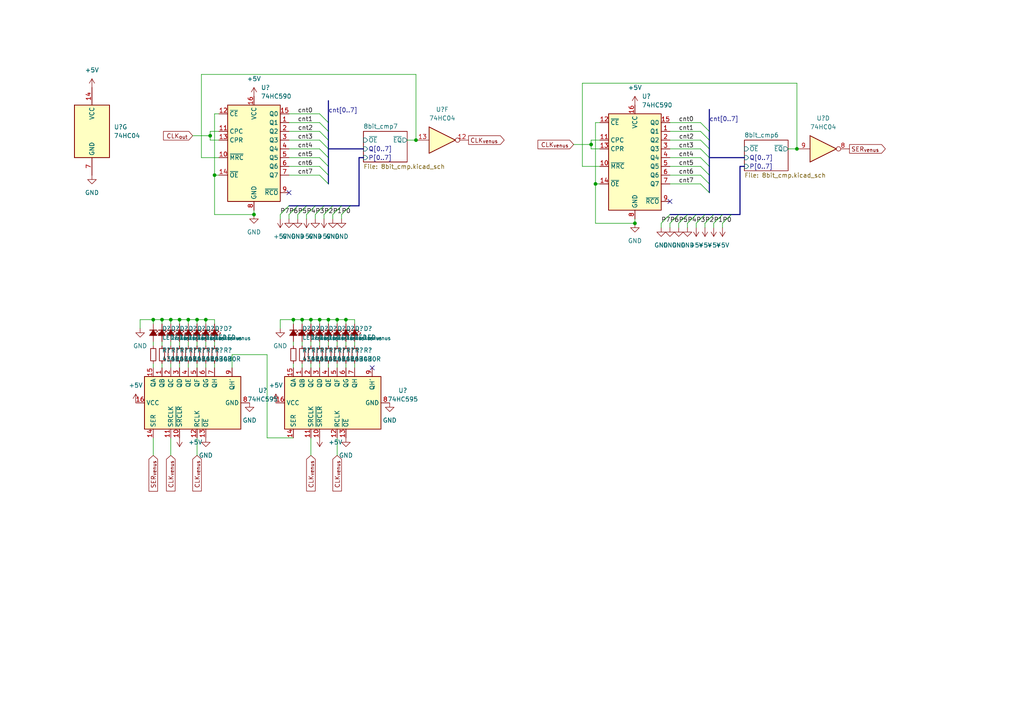
<source format=kicad_sch>
(kicad_sch (version 20230121) (generator eeschema)
  (paper "A4")
  (lib_symbols
    (symbol "74xx:74HC04"
      (property "Reference" "U" (at 0 1.27 0))
      (property "Value" "74HC04" (at 0 -1.27 0))
      (symbol "74HC04_1_0"
        (polyline (pts (xy -3.81 3.81) (xy -3.81 -3.81) (xy 3.81 0) (xy -3.81 3.81)) (stroke (width 0.254)) (fill (type background)))
        (pin input line (at -7.62 0 0) (length 3.81) (name "~") (number "1"))
        (pin output inverted (at 7.62 0 180) (length 3.81) (name "~") (number "2"))
      )
      (symbol "74HC04_2_0"
        (polyline (pts (xy -3.81 3.81) (xy -3.81 -3.81) (xy 3.81 0) (xy -3.81 3.81)) (stroke (width 0.254)) (fill (type background)))
        (pin input line (at -7.62 0 0) (length 3.81) (name "~") (number "3"))
        (pin output inverted (at 7.62 0 180) (length 3.81) (name "~") (number "4"))
      )
      (symbol "74HC04_3_0"
        (polyline (pts (xy -3.81 3.81) (xy -3.81 -3.81) (xy 3.81 0) (xy -3.81 3.81)) (stroke (width 0.254)) (fill (type background)))
        (pin input line (at -7.62 0 0) (length 3.81) (name "~") (number "5"))
        (pin output inverted (at 7.62 0 180) (length 3.81) (name "~") (number "6"))
      )
      (symbol "74HC04_4_0"
        (polyline (pts (xy -3.81 3.81) (xy -3.81 -3.81) (xy 3.81 0) (xy -3.81 3.81)) (stroke (width 0.254)) (fill (type background)))
        (pin output inverted (at 7.62 0 180) (length 3.81) (name "~") (number "8"))
        (pin input line (at -7.62 0 0) (length 3.81) (name "~") (number "9"))
      )
      (symbol "74HC04_5_0"
        (polyline (pts (xy -3.81 3.81) (xy -3.81 -3.81) (xy 3.81 0) (xy -3.81 3.81)) (stroke (width 0.254)) (fill (type background)))
        (pin output inverted (at 7.62 0 180) (length 3.81) (name "~") (number "10"))
        (pin input line (at -7.62 0 0) (length 3.81) (name "~") (number "11"))
      )
      (symbol "74HC04_6_0"
        (polyline (pts (xy -3.81 3.81) (xy -3.81 -3.81) (xy 3.81 0) (xy -3.81 3.81)) (stroke (width 0.254)) (fill (type background)))
        (pin output inverted (at 7.62 0 180) (length 3.81) (name "~") (number "12"))
        (pin input line (at -7.62 0 0) (length 3.81) (name "~") (number "13"))
      )
      (symbol "74HC04_7_0"
        (pin power_in line (at 0 12.7 270) (length 5.08) (name "VCC") (number "14"))
        (pin power_in line (at 0 -12.7 90) (length 5.08) (name "GND") (number "7"))
      )
      (symbol "74HC04_7_1"
        (rectangle (start -5.08 7.62) (end 5.08 -7.62) (stroke (width 0.254)) (fill (type background)))
      )
    )
    (symbol "74xx:74HC590"
      (property "Reference" "U" (at -7.62 16.51 0))
      (property "Value" "74HC590" (at -7.62 -13.97 0))
      (symbol "74HC590_1_0"
        (pin tri_state line (at 10.16 10.16 180) (length 2.54) (name "Q1") (number "1"))
        (pin input line (at -10.16 0 0) (length 2.54) (name "~{MRC}") (number "10"))
        (pin input line (at -10.16 7.62 0) (length 2.54) (name "CPC") (number "11"))
        (pin input line (at -10.16 12.7 0) (length 2.54) (name "~{CE}") (number "12"))
        (pin input line (at -10.16 5.08 0) (length 2.54) (name "CPR") (number "13"))
        (pin input line (at -10.16 -5.08 0) (length 2.54) (name "~{OE}") (number "14"))
        (pin tri_state line (at 10.16 12.7 180) (length 2.54) (name "Q0") (number "15"))
        (pin power_in line (at 0 17.78 270) (length 2.54) (name "VCC") (number "16"))
        (pin tri_state line (at 10.16 7.62 180) (length 2.54) (name "Q2") (number "2"))
        (pin tri_state line (at 10.16 5.08 180) (length 2.54) (name "Q3") (number "3"))
        (pin tri_state line (at 10.16 2.54 180) (length 2.54) (name "Q4") (number "4"))
        (pin tri_state line (at 10.16 0 180) (length 2.54) (name "Q5") (number "5"))
        (pin tri_state line (at 10.16 -2.54 180) (length 2.54) (name "Q6") (number "6"))
        (pin tri_state line (at 10.16 -5.08 180) (length 2.54) (name "Q7") (number "7"))
        (pin power_in line (at 0 -15.24 90) (length 2.54) (name "GND") (number "8"))
        (pin output line (at 10.16 -10.16 180) (length 2.54) (name "~{RCO}") (number "9"))
      )
      (symbol "74HC590_1_1"
        (rectangle (start -7.62 15.24) (end 7.62 -12.7) (stroke (width 0.254)) (fill (type background)))
      )
    )
    (symbol "74xx:74HC595"
      (property "Reference" "U" (at -7.62 13.97 0))
      (property "Value" "74HC595" (at -7.62 -16.51 0))
      (symbol "74HC595_1_0"
        (pin tri_state line (at 10.16 7.62 180) (length 2.54) (name "QB") (number "1"))
        (pin input line (at -10.16 2.54 0) (length 2.54) (name "~{SRCLR}") (number "10"))
        (pin input line (at -10.16 5.08 0) (length 2.54) (name "SRCLK") (number "11"))
        (pin input line (at -10.16 -2.54 0) (length 2.54) (name "RCLK") (number "12"))
        (pin input line (at -10.16 -5.08 0) (length 2.54) (name "~{OE}") (number "13"))
        (pin input line (at -10.16 10.16 0) (length 2.54) (name "SER") (number "14"))
        (pin tri_state line (at 10.16 10.16 180) (length 2.54) (name "QA") (number "15"))
        (pin power_in line (at 0 15.24 270) (length 2.54) (name "VCC") (number "16"))
        (pin tri_state line (at 10.16 5.08 180) (length 2.54) (name "QC") (number "2"))
        (pin tri_state line (at 10.16 2.54 180) (length 2.54) (name "QD") (number "3"))
        (pin tri_state line (at 10.16 0 180) (length 2.54) (name "QE") (number "4"))
        (pin tri_state line (at 10.16 -2.54 180) (length 2.54) (name "QF") (number "5"))
        (pin tri_state line (at 10.16 -5.08 180) (length 2.54) (name "QG") (number "6"))
        (pin tri_state line (at 10.16 -7.62 180) (length 2.54) (name "QH") (number "7"))
        (pin power_in line (at 0 -17.78 90) (length 2.54) (name "GND") (number "8"))
        (pin output line (at 10.16 -12.7 180) (length 2.54) (name "QH'") (number "9"))
      )
      (symbol "74HC595_1_1"
        (rectangle (start -7.62 12.7) (end 7.62 -15.24) (stroke (width 0.254)) (fill (type background)))
      )
    )
    (symbol "Device:LED_Small_Filled" (pin_numbers hide) (pin_names (offset 0.254) hide)
      (property "Reference" "D" (at -1.27 3.175 0))
      (property "Value" "LED_Small_Filled" (at -4.445 -2.54 0))
      (symbol "LED_Small_Filled_0_1"
        (polyline (pts (xy -0.762 -1.016) (xy -0.762 1.016)) (stroke (width 0.254)))
        (polyline (pts (xy 1.016 0) (xy -0.762 0)))
        (polyline (pts (xy 0.762 -1.016) (xy -0.762 0) (xy 0.762 1.016) (xy 0.762 -1.016)) (stroke (width 0.254)) (fill (type outline)))
        (polyline (pts (xy 0 0.762) (xy -0.508 1.27) (xy -0.254 1.27) (xy -0.508 1.27) (xy -0.508 1.016)))
        (polyline (pts (xy 0.508 1.27) (xy 0 1.778) (xy 0.254 1.778) (xy 0 1.778) (xy 0 1.524)))
      )
      (symbol "LED_Small_Filled_1_1"
        (pin passive line (at -2.54 0 0) (length 1.778) (name "K") (number "1"))
        (pin passive line (at 2.54 0 180) (length 1.778) (name "A") (number "2"))
      )
    )
    (symbol "Device:R_Small" (pin_numbers hide) (pin_names (offset 0.254) hide)
      (property "Reference" "R" (at 0.762 0.508 0))
      (property "Value" "R_Small" (at 0.762 -1.016 0))
      (symbol "R_Small_0_1"
        (rectangle (start -0.762 1.778) (end 0.762 -1.778) (stroke (width 0.2032)))
      )
      (symbol "R_Small_1_1"
        (pin passive line (at 0 2.54 270) (length 0.762) (name "~") (number "1"))
        (pin passive line (at 0 -2.54 90) (length 0.762) (name "~") (number "2"))
      )
    )
    (symbol "power:+5V" (power) (pin_names (offset 0))
      (property "Value" "+5V" (at 0 3.556 0))
      (symbol "+5V_0_1"
        (polyline (pts (xy -0.762 1.27) (xy 0 2.54)))
        (polyline (pts (xy 0 0) (xy 0 2.54)))
        (polyline (pts (xy 0 2.54) (xy 0.762 1.27)))
      )
      (symbol "+5V_1_1"
        (pin power_in line (at 0 0 90) (length 0) hide (name "+5V") (number "1"))
      )
    )
    (symbol "power:GND" (power) (pin_names (offset 0))
      (property "Value" "GND" (at 0 -3.81 0))
      (symbol "GND_0_1"
        (polyline (pts (xy 0 0) (xy 0 -1.27) (xy 1.27 -1.27) (xy 0 -2.54) (xy -1.27 -1.27) (xy 0 -1.27)))
      )
      (symbol "GND_1_1"
        (pin power_in line (at 0 0 270) (length 0) hide (name "GND") (number "1"))
      )
    )
  )
  (junction (at 120.65 40.64))
  (junction (at 59.69 92.71))
  (junction (at 60.96 39.37))
  (junction (at 90.17 92.71))
  (junction (at 172.72 53.34))
  (junction (at 95.25 92.71))
  (junction (at 52.07 92.71))
  (junction (at 54.61 92.71))
  (junction (at 46.99 92.71))
  (junction (at 92.71 92.71))
  (junction (at 57.15 92.71))
  (junction (at 231.14 43.18))
  (junction (at 100.33 92.71))
  (junction (at 44.45 92.71))
  (junction (at 62.23 50.8))
  (junction (at 49.53 92.71))
  (junction (at 171.45 41.91))
  (junction (at 87.63 92.71))
  (junction (at 97.79 92.71))
  (junction (at 85.09 92.71))
  (junction (at 184.15 64.77))
  (junction (at 73.66 62.23))
  (no_connect (at 83.82 55.88))
  (no_connect (at 107.95 106.68))
  (no_connect (at 194.31 58.42))
  (bus_entry (at 199.39 62.23) (size -2.54 2.54))
  (bus_entry (at 204.47 62.23) (size -2.54 2.54))
  (bus_entry (at 203.2 45.72) (size 2.54 2.54))
  (bus_entry (at 96.52 59.69) (size -2.54 2.54))
  (bus_entry (at 201.93 62.23) (size -2.54 2.54))
  (bus_entry (at 92.71 35.56) (size 2.54 2.54))
  (bus_entry (at 93.98 59.69) (size -2.54 2.54))
  (bus_entry (at 209.55 62.23) (size -2.54 2.54))
  (bus_entry (at 203.2 35.56) (size 2.54 2.54))
  (bus_entry (at 91.44 59.69) (size -2.54 2.54))
  (bus_entry (at 92.71 40.64) (size 2.54 2.54))
  (bus_entry (at 92.71 43.18) (size 2.54 2.54))
  (bus_entry (at 99.06 59.69) (size -2.54 2.54))
  (bus_entry (at 101.6 59.69) (size -2.54 2.54))
  (bus_entry (at 194.31 62.23) (size -2.54 2.54))
  (bus_entry (at 86.36 59.69) (size -2.54 2.54))
  (bus_entry (at 203.2 53.34) (size 2.54 2.54))
  (bus_entry (at 207.01 62.23) (size -2.54 2.54))
  (bus_entry (at 92.71 50.8) (size 2.54 2.54))
  (bus_entry (at 88.9 59.69) (size -2.54 2.54))
  (bus_entry (at 92.71 33.02) (size 2.54 2.54))
  (bus_entry (at 196.85 62.23) (size -2.54 2.54))
  (bus_entry (at 83.82 59.69) (size -2.54 2.54))
  (bus_entry (at 203.2 40.64) (size 2.54 2.54))
  (bus_entry (at 92.71 38.1) (size 2.54 2.54))
  (bus_entry (at 92.71 48.26) (size 2.54 2.54))
  (bus_entry (at 203.2 48.26) (size 2.54 2.54))
  (bus_entry (at 212.09 62.23) (size -2.54 2.54))
  (bus_entry (at 203.2 43.18) (size 2.54 2.54))
  (bus_entry (at 203.2 38.1) (size 2.54 2.54))
  (bus_entry (at 92.71 45.72) (size 2.54 2.54))
  (bus_entry (at 203.2 50.8) (size 2.54 2.54))
  (wire (pts (xy 95.25 92.71) (xy 95.25 93.98)))
  (wire (pts (xy 97.79 92.71) (xy 97.79 93.98)))
  (wire (pts (xy 83.82 40.64) (xy 92.71 40.64)))
  (wire (pts (xy 44.45 105.41) (xy 44.45 106.68)))
  (wire (pts (xy 62.23 92.71) (xy 62.23 93.98)))
  (wire (pts (xy 83.82 35.56) (xy 92.71 35.56)))
  (wire (pts (xy 97.79 92.71) (xy 100.33 92.71)))
  (wire (pts (xy 83.82 62.23) (xy 83.82 63.5)))
  (wire (pts (xy 231.14 24.13) (xy 168.91 24.13)))
  (wire (pts (xy 60.96 39.37) (xy 60.96 38.1)))
  (wire (pts (xy 52.07 92.71) (xy 52.07 93.98)))
  (wire (pts (xy 171.45 43.18) (xy 171.45 41.91)))
  (wire (pts (xy 59.69 99.06) (xy 59.69 100.33)))
  (wire (pts (xy 194.31 35.56) (xy 203.2 35.56)))
  (wire (pts (xy 62.23 62.23) (xy 62.23 50.8)))
  (wire (pts (xy 52.07 105.41) (xy 52.07 106.68)))
  (wire (pts (xy 166.37 41.91) (xy 171.45 41.91)))
  (wire (pts (xy 87.63 99.06) (xy 87.63 100.33)))
  (wire (pts (xy 100.33 92.71) (xy 102.87 92.71)))
  (wire (pts (xy 99.06 62.23) (xy 99.06 63.5)))
  (wire (pts (xy 81.28 62.23) (xy 81.28 63.5)))
  (wire (pts (xy 97.79 105.41) (xy 97.79 106.68)))
  (wire (pts (xy 49.53 105.41) (xy 49.53 106.68)))
  (wire (pts (xy 90.17 92.71) (xy 90.17 93.98)))
  (wire (pts (xy 81.28 92.71) (xy 81.28 95.25)))
  (wire (pts (xy 100.33 105.41) (xy 100.33 106.68)))
  (wire (pts (xy 171.45 41.91) (xy 171.45 40.64)))
  (wire (pts (xy 184.15 63.5) (xy 184.15 64.77)))
  (wire (pts (xy 168.91 48.26) (xy 173.99 48.26)))
  (wire (pts (xy 207.01 64.77) (xy 207.01 66.04)))
  (bus (pts (xy 205.74 43.18) (xy 205.74 45.72)))
  (wire (pts (xy 194.31 38.1) (xy 203.2 38.1)))
  (wire (pts (xy 62.23 33.02) (xy 63.5 33.02)))
  (wire (pts (xy 40.64 92.71) (xy 44.45 92.71)))
  (bus (pts (xy 194.31 62.23) (xy 196.85 62.23)))
  (wire (pts (xy 90.17 99.06) (xy 90.17 100.33)))
  (bus (pts (xy 214.63 62.23) (xy 214.63 48.26)))
  (wire (pts (xy 49.53 127) (xy 49.53 132.08)))
  (bus (pts (xy 209.55 62.23) (xy 212.09 62.23)))
  (bus (pts (xy 83.82 59.69) (xy 86.36 59.69)))
  (wire (pts (xy 62.23 50.8) (xy 62.23 33.02)))
  (wire (pts (xy 194.31 48.26) (xy 203.2 48.26)))
  (wire (pts (xy 194.31 53.34) (xy 203.2 53.34)))
  (wire (pts (xy 85.09 105.41) (xy 85.09 106.68)))
  (bus (pts (xy 93.98 59.69) (xy 96.52 59.69)))
  (wire (pts (xy 201.93 64.77) (xy 201.93 66.04)))
  (bus (pts (xy 205.74 40.64) (xy 205.74 43.18)))
  (bus (pts (xy 95.25 45.72) (xy 95.25 48.26)))
  (bus (pts (xy 95.25 40.64) (xy 95.25 43.18)))
  (wire (pts (xy 62.23 50.8) (xy 63.5 50.8)))
  (wire (pts (xy 73.66 62.23) (xy 62.23 62.23)))
  (wire (pts (xy 92.71 99.06) (xy 92.71 100.33)))
  (wire (pts (xy 49.53 92.71) (xy 49.53 93.98)))
  (wire (pts (xy 196.85 64.77) (xy 196.85 66.04)))
  (wire (pts (xy 87.63 92.71) (xy 87.63 93.98)))
  (wire (pts (xy 46.99 105.41) (xy 46.99 106.68)))
  (wire (pts (xy 87.63 92.71) (xy 90.17 92.71)))
  (bus (pts (xy 196.85 62.23) (xy 199.39 62.23)))
  (bus (pts (xy 201.93 62.23) (xy 204.47 62.23)))
  (wire (pts (xy 172.72 53.34) (xy 172.72 35.56)))
  (wire (pts (xy 231.14 43.18) (xy 231.14 24.13)))
  (wire (pts (xy 95.25 105.41) (xy 95.25 106.68)))
  (wire (pts (xy 90.17 127) (xy 90.17 132.08)))
  (bus (pts (xy 95.25 35.56) (xy 95.25 38.1)))
  (wire (pts (xy 92.71 105.41) (xy 92.71 106.68)))
  (wire (pts (xy 100.33 99.06) (xy 100.33 100.33)))
  (wire (pts (xy 100.33 92.71) (xy 100.33 93.98)))
  (bus (pts (xy 205.74 45.72) (xy 215.9 45.72)))
  (wire (pts (xy 172.72 53.34) (xy 173.99 53.34)))
  (wire (pts (xy 46.99 92.71) (xy 49.53 92.71)))
  (wire (pts (xy 46.99 92.71) (xy 46.99 93.98)))
  (wire (pts (xy 102.87 105.41) (xy 102.87 106.68)))
  (wire (pts (xy 57.15 92.71) (xy 59.69 92.71)))
  (wire (pts (xy 58.42 21.59) (xy 58.42 45.72)))
  (wire (pts (xy 83.82 43.18) (xy 92.71 43.18)))
  (bus (pts (xy 205.74 45.72) (xy 205.74 48.26)))
  (wire (pts (xy 118.11 40.64) (xy 120.65 40.64)))
  (wire (pts (xy 120.65 40.64) (xy 120.65 21.59)))
  (wire (pts (xy 44.45 92.71) (xy 46.99 92.71)))
  (wire (pts (xy 59.69 92.71) (xy 59.69 93.98)))
  (wire (pts (xy 46.99 99.06) (xy 46.99 100.33)))
  (bus (pts (xy 212.09 62.23) (xy 214.63 62.23)))
  (wire (pts (xy 85.09 92.71) (xy 87.63 92.71)))
  (wire (pts (xy 93.98 62.23) (xy 93.98 63.5)))
  (wire (pts (xy 54.61 92.71) (xy 57.15 92.71)))
  (wire (pts (xy 168.91 24.13) (xy 168.91 48.26)))
  (wire (pts (xy 97.79 127) (xy 97.79 132.08)))
  (bus (pts (xy 205.74 31.75) (xy 205.74 38.1)))
  (bus (pts (xy 205.74 48.26) (xy 205.74 50.8)))
  (bus (pts (xy 104.14 59.69) (xy 104.14 45.72)))
  (bus (pts (xy 207.01 62.23) (xy 209.55 62.23)))
  (wire (pts (xy 194.31 43.18) (xy 203.2 43.18)))
  (wire (pts (xy 44.45 99.06) (xy 44.45 100.33)))
  (wire (pts (xy 90.17 105.41) (xy 90.17 106.68)))
  (wire (pts (xy 57.15 127) (xy 57.15 132.08)))
  (bus (pts (xy 204.47 62.23) (xy 207.01 62.23)))
  (wire (pts (xy 52.07 99.06) (xy 52.07 100.33)))
  (wire (pts (xy 54.61 99.06) (xy 54.61 100.33)))
  (wire (pts (xy 92.71 92.71) (xy 95.25 92.71)))
  (wire (pts (xy 57.15 92.71) (xy 57.15 93.98)))
  (wire (pts (xy 209.55 64.77) (xy 209.55 66.04)))
  (wire (pts (xy 77.47 102.87) (xy 77.47 127)))
  (wire (pts (xy 184.15 64.77) (xy 172.72 64.77)))
  (bus (pts (xy 205.74 50.8) (xy 205.74 53.34)))
  (bus (pts (xy 95.25 38.1) (xy 95.25 40.64)))
  (wire (pts (xy 77.47 127) (xy 85.09 127)))
  (wire (pts (xy 97.79 99.06) (xy 97.79 100.33)))
  (wire (pts (xy 81.28 92.71) (xy 85.09 92.71)))
  (wire (pts (xy 91.44 62.23) (xy 91.44 63.5)))
  (wire (pts (xy 96.52 62.23) (xy 96.52 63.5)))
  (wire (pts (xy 60.96 38.1) (xy 63.5 38.1)))
  (wire (pts (xy 171.45 40.64) (xy 173.99 40.64)))
  (wire (pts (xy 173.99 43.18) (xy 171.45 43.18)))
  (wire (pts (xy 54.61 105.41) (xy 54.61 106.68)))
  (wire (pts (xy 172.72 64.77) (xy 172.72 53.34)))
  (wire (pts (xy 57.15 105.41) (xy 57.15 106.68)))
  (wire (pts (xy 83.82 48.26) (xy 92.71 48.26)))
  (wire (pts (xy 58.42 45.72) (xy 63.5 45.72)))
  (wire (pts (xy 49.53 99.06) (xy 49.53 100.33)))
  (wire (pts (xy 83.82 45.72) (xy 92.71 45.72)))
  (wire (pts (xy 57.15 99.06) (xy 57.15 100.33)))
  (wire (pts (xy 228.6 43.18) (xy 231.14 43.18)))
  (wire (pts (xy 59.69 105.41) (xy 59.69 106.68)))
  (bus (pts (xy 205.74 53.34) (xy 205.74 55.88)))
  (wire (pts (xy 102.87 92.71) (xy 102.87 93.98)))
  (wire (pts (xy 83.82 38.1) (xy 92.71 38.1)))
  (bus (pts (xy 91.44 59.69) (xy 93.98 59.69)))
  (bus (pts (xy 214.63 48.26) (xy 215.9 48.26)))
  (bus (pts (xy 101.6 59.69) (xy 104.14 59.69)))
  (wire (pts (xy 63.5 40.64) (xy 60.96 40.64)))
  (wire (pts (xy 95.25 99.06) (xy 95.25 100.33)))
  (wire (pts (xy 194.31 64.77) (xy 194.31 66.04)))
  (wire (pts (xy 67.31 106.68) (xy 67.31 102.87)))
  (wire (pts (xy 44.45 132.08) (xy 44.45 127)))
  (bus (pts (xy 88.9 59.69) (xy 91.44 59.69)))
  (bus (pts (xy 95.25 29.21) (xy 95.25 35.56)))
  (bus (pts (xy 86.36 59.69) (xy 88.9 59.69)))
  (wire (pts (xy 40.64 92.71) (xy 40.64 95.25)))
  (wire (pts (xy 102.87 99.06) (xy 102.87 100.33)))
  (bus (pts (xy 95.25 43.18) (xy 105.41 43.18)))
  (wire (pts (xy 83.82 50.8) (xy 92.71 50.8)))
  (wire (pts (xy 85.09 99.06) (xy 85.09 100.33)))
  (wire (pts (xy 95.25 92.71) (xy 97.79 92.71)))
  (wire (pts (xy 62.23 99.06) (xy 62.23 100.33)))
  (wire (pts (xy 194.31 50.8) (xy 203.2 50.8)))
  (wire (pts (xy 85.09 92.71) (xy 85.09 93.98)))
  (wire (pts (xy 67.31 102.87) (xy 77.47 102.87)))
  (wire (pts (xy 87.63 105.41) (xy 87.63 106.68)))
  (bus (pts (xy 95.25 50.8) (xy 95.25 53.34)))
  (wire (pts (xy 60.96 40.64) (xy 60.96 39.37)))
  (wire (pts (xy 194.31 45.72) (xy 203.2 45.72)))
  (wire (pts (xy 191.77 64.77) (xy 191.77 66.04)))
  (bus (pts (xy 95.25 48.26) (xy 95.25 50.8)))
  (bus (pts (xy 199.39 62.23) (xy 201.93 62.23)))
  (bus (pts (xy 104.14 45.72) (xy 105.41 45.72)))
  (wire (pts (xy 92.71 92.71) (xy 92.71 93.98)))
  (bus (pts (xy 99.06 59.69) (xy 101.6 59.69)))
  (bus (pts (xy 96.52 59.69) (xy 99.06 59.69)))
  (wire (pts (xy 44.45 92.71) (xy 44.45 93.98)))
  (wire (pts (xy 204.47 64.77) (xy 204.47 66.04)))
  (bus (pts (xy 95.25 43.18) (xy 95.25 45.72)))
  (bus (pts (xy 205.74 38.1) (xy 205.74 40.64)))
  (wire (pts (xy 172.72 35.56) (xy 173.99 35.56)))
  (wire (pts (xy 194.31 40.64) (xy 203.2 40.64)))
  (wire (pts (xy 83.82 33.02) (xy 92.71 33.02)))
  (wire (pts (xy 52.07 92.71) (xy 54.61 92.71)))
  (wire (pts (xy 120.65 21.59) (xy 58.42 21.59)))
  (wire (pts (xy 54.61 92.71) (xy 54.61 93.98)))
  (wire (pts (xy 199.39 64.77) (xy 199.39 66.04)))
  (wire (pts (xy 73.66 60.96) (xy 73.66 62.23)))
  (wire (pts (xy 55.88 39.37) (xy 60.96 39.37)))
  (wire (pts (xy 88.9 62.23) (xy 88.9 63.5)))
  (wire (pts (xy 49.53 92.71) (xy 52.07 92.71)))
  (wire (pts (xy 86.36 62.23) (xy 86.36 63.5)))
  (wire (pts (xy 90.17 92.71) (xy 92.71 92.71)))
  (wire (pts (xy 59.69 92.71) (xy 62.23 92.71)))
  (wire (pts (xy 62.23 105.41) (xy 62.23 106.68)))
  (label "P4" (at 88.9 62.23 0))
  (label "cnt7" (at 196.85 53.34 0))
  (label "cnt[0..7]" (at 95.25 33.02 0))
  (label "cnt4" (at 86.36 43.18 0))
  (label "cnt1" (at 86.36 35.56 0))
  (label "cnt[0..7]" (at 205.74 35.56 0))
  (label "P6" (at 83.82 62.23 0))
  (label "P0" (at 99.06 62.23 0))
  (label "P0" (at 209.55 64.77 0))
  (label "cnt0" (at 196.85 35.56 0))
  (label "cnt7" (at 86.36 50.8 0))
  (label "P3" (at 201.93 64.77 0))
  (label "cnt6" (at 86.36 48.26 0))
  (label "cnt1" (at 196.85 38.1 0))
  (label "P2" (at 93.98 62.23 0))
  (label "P5" (at 196.85 64.77 0))
  (label "P2" (at 204.47 64.77 0))
  (label "cnt2" (at 86.4114 38.1 0))
  (label "P7" (at 191.77 64.77 0))
  (label "cnt2" (at 196.9014 40.64 0))
  (label "cnt0" (at 86.36 33.02 0))
  (label "cnt5" (at 86.36 45.72 0))
  (label "cnt3" (at 86.36 40.64 0))
  (label "P1" (at 207.01 64.77 0))
  (label "cnt4" (at 196.85 45.72 0))
  (label "cnt5" (at 196.85 48.26 0))
  (label "P6" (at 194.31 64.77 0))
  (label "P4" (at 199.39 64.77 0))
  (label "P3" (at 91.44 62.23 0))
  (label "cnt6" (at 196.85 50.8 0))
  (label "P7" (at 81.28 62.23 0))
  (label "P5" (at 86.36 62.23 0))
  (label "P1" (at 96.52 62.23 0))
  (label "cnt3" (at 196.85 43.18 0))
  (global_label "CLK_{venus}" (shape input) (at 166.37 41.91 180) (property "Intersheetrefs" "${INTERSHEET_REFS}" (effects hide)))
  (global_label "CLK_{venus}" (shape input) (at 97.79 132.08 270) (property "Intersheetrefs" "${INTERSHEET_REFS}" (effects hide)))
  (global_label "CLK_{venus}" (shape input) (at 90.17 132.08 270) (property "Intersheetrefs" "${INTERSHEET_REFS}" (effects hide)))
  (global_label "CLK_{out}" (shape input) (at 55.88 39.37 180) (property "Intersheetrefs" "${INTERSHEET_REFS}" (effects hide)))
  (global_label "CLK_{venus}" (shape output) (at 135.89 40.64 0) (property "Intersheetrefs" "${INTERSHEET_REFS}" (effects hide)))
  (global_label "SER_{venus}" (shape input) (at 44.45 132.08 270) (property "Intersheetrefs" "${INTERSHEET_REFS}" (effects hide)))
  (global_label "CLK_{venus}" (shape input) (at 57.15 132.08 270) (property "Intersheetrefs" "${INTERSHEET_REFS}" (effects hide)))
  (global_label "SER_{venus}" (shape output) (at 246.38 43.18 0) (property "Intersheetrefs" "${INTERSHEET_REFS}" (effects hide)))
  (global_label "CLK_{venus}" (shape input) (at 49.53 132.08 270) (property "Intersheetrefs" "${INTERSHEET_REFS}" (effects hide)))
  (symbol (lib_id "74xx:74HC04") (at 238.76 43.18 0) (unit 4)
    (property "Reference" "U?" (at 238.76 34.29 0))
    (property "Value" "74HC04" (at 238.76 36.83 0))
    (property "Datasheet" "https://assets.nexperia.com/documents/data-sheet/74HC_HCT04.pdf" (effects hide))
    (instances (project "orrery_circuit" (path "" (reference "U?") (unit 4)) (path "" (reference "U5") (unit 4))))
  )
  (symbol (lib_id "Device:LED_Small_Filled") (at 54.61 96.52 270) (unit 1)
    (property "Reference" "D?" (at 57.15 95.3134 90) (effects (justify left)))
    (property "Value" "LED_{venus}" (at 57.15 97.8534 90) (effects (justify left)))
    (instances (project "orrery_circuit" (path "" (reference "D?") (unit 1)) (path "" (reference "D33") (unit 1))))
  )
  (symbol (lib_id "power:GND") (at 91.44 63.5 0) (unit 1)
    (property "Reference" "#PWR?" (effects hide))
    (property "Value" "GND" (at 91.44 68.58 0))
    (instances (project "orrery_circuit" (path "" (reference "#PWR?") (unit 1)) (path "" (reference "#PWR040") (unit 1))))
  )
  (symbol (lib_id "power:+5V") (at 184.15 30.48 0) (unit 1)
    (property "Reference" "#PWR?" (effects hide))
    (property "Value" "+5V" (at 184.15 25.4 0))
    (instances (project "orrery_circuit" (path "" (reference "#PWR?") (unit 1)) (path "" (reference "#PWR055") (unit 1))))
  )
  (symbol (lib_id "Device:R_Small") (at 57.15 102.87 0) (unit 1)
    (property "Reference" "R?" (at 59.69 101.5999 0) (effects (justify left)))
    (property "Value" "430R" (at 59.69 104.1399 0) (effects (justify left)))
    (instances (project "orrery_circuit" (path "" (reference "R?") (unit 1)) (path "" (reference "R10") (unit 1))))
  )
  (symbol (lib_id "Device:R_Small") (at 92.71 102.87 0) (unit 1)
    (property "Reference" "R?" (at 95.25 101.5999 0) (effects (justify left)))
    (property "Value" "430R" (at 95.25 104.1399 0) (effects (justify left)))
    (instances (project "orrery_circuit" (path "" (reference "R?") (unit 1)) (path "" (reference "R16") (unit 1))))
  )
  (symbol (lib_id "power:GND") (at 100.33 127 0) (unit 1)
    (property "Reference" "#PWR?" (effects hide))
    (property "Value" "GND" (at 100.33 132.08 0))
    (instances (project "orrery_circuit" (path "" (reference "#PWR?") (unit 1)) (path "" (reference "#PWR051") (unit 1))))
  )
  (symbol (lib_id "Device:LED_Small_Filled") (at 95.25 96.52 270) (unit 1)
    (property "Reference" "D?" (at 97.79 95.3134 90) (effects (justify left)))
    (property "Value" "LED_{venus}" (at 97.79 97.8534 90) (effects (justify left)))
    (instances (project "orrery_circuit" (path "" (reference "D?") (unit 1)) (path "" (reference "D81") (unit 1))))
  )
  (symbol (lib_id "power:+5V") (at 39.37 116.84 0) (unit 1)
    (property "Reference" "#PWR?" (effects hide))
    (property "Value" "+5V" (at 39.37 111.76 0))
    (instances (project "orrery_circuit" (path "" (reference "#PWR?") (unit 1)) (path "" (reference "#PWR012") (unit 1))))
  )
  (symbol (lib_id "power:+5V") (at 92.71 127 180) (unit 1)
    (property "Reference" "#PWR?" (effects hide))
    (property "Value" "+5V" (at 95.25 128.2699 0) (effects (justify right)))
    (instances (project "orrery_circuit" (path "" (reference "#PWR?") (unit 1)) (path "" (reference "#PWR044") (unit 1))))
  )
  (symbol (lib_id "Device:R_Small") (at 54.61 102.87 0) (unit 1)
    (property "Reference" "R?" (at 57.15 101.5999 0) (effects (justify left)))
    (property "Value" "430R" (at 57.15 104.1399 0) (effects (justify left)))
    (instances (project "orrery_circuit" (path "" (reference "R?") (unit 1)) (path "" (reference "R9") (unit 1))))
  )
  (symbol (lib_id "Device:R_Small") (at 97.79 102.87 0) (unit 1)
    (property "Reference" "R?" (at 100.33 101.5999 0) (effects (justify left)))
    (property "Value" "430R" (at 100.33 104.1399 0) (effects (justify left)))
    (instances (project "orrery_circuit" (path "" (reference "R?") (unit 1)) (path "" (reference "R18") (unit 1))))
  )
  (symbol (lib_id "power:+5V") (at 52.07 127 180) (unit 1)
    (property "Reference" "#PWR?" (effects hide))
    (property "Value" "+5V" (at 54.61 128.2699 0) (effects (justify right)))
    (instances (project "orrery_circuit" (path "" (reference "#PWR?") (unit 1)) (path "" (reference "#PWR021") (unit 1))))
  )
  (symbol (lib_id "power:GND") (at 199.39 66.04 0) (unit 1)
    (property "Reference" "#PWR?" (effects hide))
    (property "Value" "GND" (at 199.39 71.12 0))
    (instances (project "orrery_circuit" (path "" (reference "#PWR?") (unit 1)) (path "" (reference "#PWR060") (unit 1))))
  )
  (symbol (lib_id "74xx:74HC04") (at 128.27 40.64 0) (unit 6)
    (property "Reference" "U?" (at 128.27 31.75 0))
    (property "Value" "74HC04" (at 128.27 34.29 0))
    (property "Datasheet" "https://assets.nexperia.com/documents/data-sheet/74HC_HCT04.pdf" (effects hide))
    (instances (project "orrery_circuit" (path "" (reference "U?") (unit 6)) (path "" (reference "U5") (unit 6))))
  )
  (symbol (lib_id "power:GND") (at 72.39 116.84 0) (unit 1)
    (property "Reference" "#PWR?" (effects hide))
    (property "Value" "GND" (at 72.39 121.92 0))
    (instances (project "orrery_circuit" (path "" (reference "#PWR?") (unit 1)) (path "" (reference "#PWR023") (unit 1))))
  )
  (symbol (lib_id "power:+5V") (at 73.66 27.94 0) (unit 1)
    (property "Reference" "#PWR?" (effects hide))
    (property "Value" "+5V" (at 73.66 22.86 0))
    (instances (project "orrery_circuit" (path "" (reference "#PWR?") (unit 1)) (path "" (reference "#PWR024") (unit 1))))
  )
  (symbol (lib_id "power:GND") (at 40.64 95.25 0) (unit 1)
    (property "Reference" "#PWR?" (effects hide))
    (property "Value" "GND" (at 40.64 100.33 0))
    (instances (project "orrery_circuit" (path "" (reference "#PWR?") (unit 1)) (path "" (reference "#PWR017") (unit 1))))
  )
  (symbol (lib_id "Device:LED_Small_Filled") (at 52.07 96.52 270) (unit 1)
    (property "Reference" "D?" (at 54.61 95.3134 90) (effects (justify left)))
    (property "Value" "LED_{venus}" (at 54.61 97.8534 90) (effects (justify left)))
    (instances (project "orrery_circuit" (path "" (reference "D?") (unit 1)) (path "" (reference "D32") (unit 1))))
  )
  (symbol (lib_id "Device:R_Small") (at 62.23 102.87 0) (unit 1)
    (property "Reference" "R?" (at 64.77 101.5999 0) (effects (justify left)))
    (property "Value" "430R" (at 64.77 104.1399 0) (effects (justify left)))
    (instances (project "orrery_circuit" (path "" (reference "R?") (unit 1)) (path "" (reference "R12") (unit 1))))
  )
  (symbol (lib_id "Device:R_Small") (at 87.63 102.87 0) (unit 1)
    (property "Reference" "R?" (at 90.17 101.5999 0) (effects (justify left)))
    (property "Value" "430R" (at 90.17 104.1399 0) (effects (justify left)))
    (instances (project "orrery_circuit" (path "" (reference "R?") (unit 1)) (path "" (reference "R14") (unit 1))))
  )
  (symbol (lib_id "Device:R_Small") (at 90.17 102.87 0) (unit 1)
    (property "Reference" "R?" (at 92.71 101.5999 0) (effects (justify left)))
    (property "Value" "430R" (at 92.71 104.1399 0) (effects (justify left)))
    (instances (project "orrery_circuit" (path "" (reference "R?") (unit 1)) (path "" (reference "R15") (unit 1))))
  )
  (symbol (lib_id "Device:LED_Small_Filled") (at 85.09 96.52 270) (unit 1)
    (property "Reference" "D?" (at 87.63 95.3134 90) (effects (justify left)))
    (property "Value" "LED_{venus}" (at 87.63 97.8534 90) (effects (justify left)))
    (instances (project "orrery_circuit" (path "" (reference "D?") (unit 1)) (path "" (reference "D37") (unit 1))))
  )
  (symbol (lib_id "Device:R_Small") (at 44.45 102.87 0) (unit 1)
    (property "Reference" "R?" (at 46.99 101.5999 0) (effects (justify left)))
    (property "Value" "430R" (at 46.99 104.1399 0) (effects (justify left)))
    (instances (project "orrery_circuit" (path "" (reference "R?") (unit 1)) (path "" (reference "R5") (unit 1))))
  )
  (symbol (lib_id "74xx:74HC595") (at 95.25 116.84 90) (unit 1)
    (property "Reference" "U?" (at 116.84 113.2586 90))
    (property "Value" "74HC595" (at 116.84 115.7986 90))
    (property "Datasheet" "http://www.ti.com/lit/ds/symlink/sn74hc595.pdf" (effects hide))
    (instances (project "orrery_circuit" (path "" (reference "U?") (unit 1)) (path "" (reference "U12") (unit 1))))
  )
  (symbol (lib_id "power:+5V") (at 88.9 63.5 180) (unit 1)
    (property "Reference" "#PWR?" (effects hide))
    (property "Value" "+5V" (at 88.9 68.58 0))
    (instances (project "orrery_circuit" (path "" (reference "#PWR?") (unit 1)) (path "" (reference "#PWR035") (unit 1))))
  )
  (symbol (lib_id "Device:LED_Small_Filled") (at 57.15 96.52 270) (unit 1)
    (property "Reference" "D?" (at 59.69 95.3134 90) (effects (justify left)))
    (property "Value" "LED_{venus}" (at 59.69 97.8534 90) (effects (justify left)))
    (instances (project "orrery_circuit" (path "" (reference "D?") (unit 1)) (path "" (reference "D34") (unit 1))))
  )
  (symbol (lib_id "Device:LED_Small_Filled") (at 46.99 96.52 270) (unit 1)
    (property "Reference" "D?" (at 49.53 95.3134 90) (effects (justify left)))
    (property "Value" "LED_{venus}" (at 49.53 97.8534 90) (effects (justify left)))
    (instances (project "orrery_circuit" (path "" (reference "D?") (unit 1)) (path "" (reference "D30") (unit 1))))
  )
  (symbol (lib_id "power:GND") (at 99.06 63.5 0) (unit 1)
    (property "Reference" "#PWR?" (effects hide))
    (property "Value" "GND" (at 99.06 68.58 0))
    (instances (project "orrery_circuit" (path "" (reference "#PWR?") (unit 1)) (path "" (reference "#PWR050") (unit 1))))
  )
  (symbol (lib_id "Device:LED_Small_Filled") (at 59.69 96.52 270) (unit 1)
    (property "Reference" "D?" (at 62.23 95.3134 90) (effects (justify left)))
    (property "Value" "LED_{venus}" (at 62.23 97.8534 90) (effects (justify left)))
    (instances (project "orrery_circuit" (path "" (reference "D?") (unit 1)) (path "" (reference "D35") (unit 1))))
  )
  (symbol (lib_id "Device:LED_Small_Filled") (at 100.33 96.52 270) (unit 1)
    (property "Reference" "D?" (at 102.87 95.3134 90) (effects (justify left)))
    (property "Value" "LED_{venus}" (at 102.87 97.8534 90) (effects (justify left)))
    (instances (project "orrery_circuit" (path "" (reference "D?") (unit 1)) (path "" (reference "D83") (unit 1))))
  )
  (symbol (lib_id "power:GND") (at 184.15 64.77 0) (unit 1)
    (property "Reference" "#PWR?" (effects hide))
    (property "Value" "GND" (at 184.15 69.85 0))
    (instances (project "orrery_circuit" (path "" (reference "#PWR?") (unit 1)) (path "" (reference "#PWR056") (unit 1))))
  )
  (symbol (lib_id "Device:R_Small") (at 59.69 102.87 0) (unit 1)
    (property "Reference" "R?" (at 62.23 101.5999 0) (effects (justify left)))
    (property "Value" "430R" (at 62.23 104.1399 0) (effects (justify left)))
    (instances (project "orrery_circuit" (path "" (reference "R?") (unit 1)) (path "" (reference "R11") (unit 1))))
  )
  (symbol (lib_id "power:+5V") (at 81.28 63.5 180) (unit 1)
    (property "Reference" "#PWR?" (effects hide))
    (property "Value" "+5V" (at 81.28 68.58 0))
    (instances (project "orrery_circuit" (path "" (reference "#PWR?") (unit 1)) (path "" (reference "#PWR031") (unit 1))))
  )
  (symbol (lib_id "Device:R_Small") (at 49.53 102.87 0) (unit 1)
    (property "Reference" "R?" (at 52.07 101.5999 0) (effects (justify left)))
    (property "Value" "430R" (at 52.07 104.1399 0) (effects (justify left)))
    (instances (project "orrery_circuit" (path "" (reference "R?") (unit 1)) (path "" (reference "R7") (unit 1))))
  )
  (symbol (lib_id "Device:LED_Small_Filled") (at 97.79 96.52 270) (unit 1)
    (property "Reference" "D?" (at 100.33 95.3134 90) (effects (justify left)))
    (property "Value" "LED_{venus}" (at 100.33 97.8534 90) (effects (justify left)))
    (instances (project "orrery_circuit" (path "" (reference "D?") (unit 1)) (path "" (reference "D82") (unit 1))))
  )
  (symbol (lib_id "power:GND") (at 191.77 66.04 0) (unit 1)
    (property "Reference" "#PWR?" (effects hide))
    (property "Value" "GND" (at 191.77 71.12 0))
    (instances (project "orrery_circuit" (path "" (reference "#PWR?") (unit 1)) (path "" (reference "#PWR057") (unit 1))))
  )
  (symbol (lib_id "Device:R_Small") (at 46.99 102.87 0) (unit 1)
    (property "Reference" "R?" (at 49.53 101.5999 0) (effects (justify left)))
    (property "Value" "430R" (at 49.53 104.1399 0) (effects (justify left)))
    (instances (project "orrery_circuit" (path "" (reference "R?") (unit 1)) (path "" (reference "R6") (unit 1))))
  )
  (symbol (lib_id "power:GND") (at 73.66 62.23 0) (unit 1)
    (property "Reference" "#PWR?" (effects hide))
    (property "Value" "GND" (at 73.66 67.31 0))
    (instances (project "orrery_circuit" (path "" (reference "#PWR?") (unit 1)) (path "" (reference "#PWR025") (unit 1))))
  )
  (symbol (lib_id "power:+5V") (at 209.55 66.04 180) (unit 1)
    (property "Reference" "#PWR?" (effects hide))
    (property "Value" "+5V" (at 209.55 71.12 0))
    (instances (project "orrery_circuit" (path "" (reference "#PWR?") (unit 1)) (path "" (reference "#PWR064") (unit 1))))
  )
  (symbol (lib_id "Device:R_Small") (at 95.25 102.87 0) (unit 1)
    (property "Reference" "R?" (at 97.79 101.5999 0) (effects (justify left)))
    (property "Value" "430R" (at 97.79 104.1399 0) (effects (justify left)))
    (instances (project "orrery_circuit" (path "" (reference "R?") (unit 1)) (path "" (reference "R17") (unit 1))))
  )
  (symbol (lib_id "Device:LED_Small_Filled") (at 90.17 96.52 270) (unit 1)
    (property "Reference" "D?" (at 92.71 95.3134 90) (effects (justify left)))
    (property "Value" "LED_{venus}" (at 92.71 97.8534 90) (effects (justify left)))
    (instances (project "orrery_circuit" (path "" (reference "D?") (unit 1)) (path "" (reference "D39") (unit 1))))
  )
  (symbol (lib_id "power:GND") (at 113.03 116.84 0) (unit 1)
    (property "Reference" "#PWR?" (effects hide))
    (property "Value" "GND" (at 113.03 121.92 0))
    (instances (project "orrery_circuit" (path "" (reference "#PWR?") (unit 1)) (path "" (reference "#PWR054") (unit 1))))
  )
  (symbol (lib_id "Device:LED_Small_Filled") (at 49.53 96.52 270) (unit 1)
    (property "Reference" "D?" (at 52.07 95.3134 90) (effects (justify left)))
    (property "Value" "LED_{venus}" (at 52.07 97.8534 90) (effects (justify left)))
    (instances (project "orrery_circuit" (path "" (reference "D?") (unit 1)) (path "" (reference "D31") (unit 1))))
  )
  (symbol (lib_id "power:+5V") (at 201.93 66.04 180) (unit 1)
    (property "Reference" "#PWR?" (effects hide))
    (property "Value" "+5V" (at 201.93 71.12 0))
    (instances (project "orrery_circuit" (path "" (reference "#PWR?") (unit 1)) (path "" (reference "#PWR061") (unit 1))))
  )
  (symbol (lib_id "74xx:74HC590") (at 184.15 48.26 0) (unit 1)
    (property "Reference" "U?" (at 186.1694 27.94 0) (effects (justify left)))
    (property "Value" "74HC590" (at 186.1694 30.48 0) (effects (justify left)))
    (property "Datasheet" "https://assets.nexperia.com/documents/data-sheet/74HC590.pdf" (effects hide))
    (instances (project "orrery_circuit" (path "" (reference "U?") (unit 1)) (path "" (reference "U13") (unit 1))))
  )
  (symbol (lib_id "74xx:74HC590") (at 73.66 45.72 0) (unit 1)
    (property "Reference" "U?" (at 75.6794 25.4 0) (effects (justify left)))
    (property "Value" "74HC590" (at 75.6794 27.94 0) (effects (justify left)))
    (property "Datasheet" "https://assets.nexperia.com/documents/data-sheet/74HC590.pdf" (effects hide))
    (instances (project "orrery_circuit" (path "" (reference "U?") (unit 1)) (path "" (reference "U10") (unit 1))))
  )
  (symbol (lib_id "Device:LED_Small_Filled") (at 92.71 96.52 270) (unit 1)
    (property "Reference" "D?" (at 95.25 95.3134 90) (effects (justify left)))
    (property "Value" "LED_{venus}" (at 95.25 97.8534 90) (effects (justify left)))
    (instances (project "orrery_circuit" (path "" (reference "D?") (unit 1)) (path "" (reference "D40") (unit 1))))
  )
  (symbol (lib_id "power:GND") (at 196.85 66.04 0) (unit 1)
    (property "Reference" "#PWR?" (effects hide))
    (property "Value" "GND" (at 196.85 71.12 0))
    (instances (project "orrery_circuit" (path "" (reference "#PWR?") (unit 1)) (path "" (reference "#PWR059") (unit 1))))
  )
  (symbol (lib_id "74xx:74HC04") (at 26.67 38.1 0) (unit 7)
    (property "Reference" "U?" (at 33.02 36.8299 0) (effects (justify left)))
    (property "Value" "74HC04" (at 33.02 39.3699 0) (effects (justify left)))
    (property "Datasheet" "https://assets.nexperia.com/documents/data-sheet/74HC_HCT04.pdf" (effects hide))
    (instances (project "orrery_circuit" (path "" (reference "U?") (unit 7)) (path "" (reference "U5") (unit 7))))
  )
  (symbol (lib_id "Device:LED_Small_Filled") (at 87.63 96.52 270) (unit 1)
    (property "Reference" "D?" (at 90.17 95.3134 90) (effects (justify left)))
    (property "Value" "LED_{venus}" (at 90.17 97.8534 90) (effects (justify left)))
    (instances (project "orrery_circuit" (path "" (reference "D?") (unit 1)) (path "" (reference "D38") (unit 1))))
  )
  (symbol (lib_id "Device:R_Small") (at 102.87 102.87 0) (unit 1)
    (property "Reference" "R?" (at 105.41 101.5999 0) (effects (justify left)))
    (property "Value" "430R" (at 105.41 104.1399 0) (effects (justify left)))
    (instances (project "orrery_circuit" (path "" (reference "R?") (unit 1)) (path "" (reference "R20") (unit 1))))
  )
  (symbol (lib_id "Device:R_Small") (at 52.07 102.87 0) (unit 1)
    (property "Reference" "R?" (at 54.61 101.5999 0) (effects (justify left)))
    (property "Value" "430R" (at 54.61 104.1399 0) (effects (justify left)))
    (instances (project "orrery_circuit" (path "" (reference "R?") (unit 1)) (path "" (reference "R8") (unit 1))))
  )
  (symbol (lib_id "Device:LED_Small_Filled") (at 102.87 96.52 270) (unit 1)
    (property "Reference" "D?" (at 105.41 95.3134 90) (effects (justify left)))
    (property "Value" "LED_{venus}" (at 105.41 97.8534 90) (effects (justify left)))
    (instances (project "orrery_circuit" (path "" (reference "D?") (unit 1)) (path "" (reference "D84") (unit 1))))
  )
  (symbol (lib_id "power:GND") (at 59.69 127 0) (unit 1)
    (property "Reference" "#PWR?" (effects hide))
    (property "Value" "GND" (at 59.69 132.08 0))
    (instances (project "orrery_circuit" (path "" (reference "#PWR?") (unit 1)) (path "" (reference "#PWR022") (unit 1))))
  )
  (symbol (lib_id "74xx:74HC595") (at 54.61 116.84 90) (unit 1)
    (property "Reference" "U?" (at 76.2 113.2586 90))
    (property "Value" "74HC595" (at 76.2 115.7986 90))
    (property "Datasheet" "http://www.ti.com/lit/ds/symlink/sn74hc595.pdf" (effects hide))
    (instances (project "orrery_circuit" (path "" (reference "U?") (unit 1)) (path "" (reference "U8") (unit 1))))
  )
  (symbol (lib_id "power:GND") (at 86.36 63.5 0) (unit 1)
    (property "Reference" "#PWR?" (effects hide))
    (property "Value" "GND" (at 86.36 68.58 0))
    (instances (project "orrery_circuit" (path "" (reference "#PWR?") (unit 1)) (path "" (reference "#PWR034") (unit 1))))
  )
  (symbol (lib_id "power:GND") (at 83.82 63.5 0) (unit 1)
    (property "Reference" "#PWR?" (effects hide))
    (property "Value" "GND" (at 83.82 68.58 0))
    (instances (project "orrery_circuit" (path "" (reference "#PWR?") (unit 1)) (path "" (reference "#PWR033") (unit 1))))
  )
  (symbol (lib_id "power:GND") (at 26.67 50.8 0) (unit 1)
    (property "Reference" "#PWR?" (effects hide))
    (property "Value" "GND" (at 26.67 55.88 0))
    (instances (project "orrery_circuit" (path "" (reference "#PWR?") (unit 1)) (path "" (reference "#PWR010") (unit 1))))
  )
  (symbol (lib_id "Device:LED_Small_Filled") (at 44.45 96.52 270) (unit 1)
    (property "Reference" "D?" (at 46.99 95.3134 90) (effects (justify left)))
    (property "Value" "LED_{venus}" (at 46.99 97.8534 90) (effects (justify left)))
    (instances (project "orrery_circuit" (path "" (reference "D?") (unit 1)) (path "" (reference "D29") (unit 1))))
  )
  (symbol (lib_id "Device:LED_Small_Filled") (at 62.23 96.52 270) (unit 1)
    (property "Reference" "D?" (at 64.77 95.3134 90) (effects (justify left)))
    (property "Value" "LED_{venus}" (at 64.77 97.8534 90) (effects (justify left)))
    (instances (project "orrery_circuit" (path "" (reference "D?") (unit 1)) (path "" (reference "D36") (unit 1))))
  )
  (symbol (lib_id "power:GND") (at 81.28 95.25 0) (unit 1)
    (property "Reference" "#PWR?" (effects hide))
    (property "Value" "GND" (at 81.28 100.33 0))
    (instances (project "orrery_circuit" (path "" (reference "#PWR?") (unit 1)) (path "" (reference "#PWR032") (unit 1))))
  )
  (symbol (lib_id "Device:R_Small") (at 100.33 102.87 0) (unit 1)
    (property "Reference" "R?" (at 102.87 101.5999 0) (effects (justify left)))
    (property "Value" "430R" (at 102.87 104.1399 0) (effects (justify left)))
    (instances (project "orrery_circuit" (path "" (reference "R?") (unit 1)) (path "" (reference "R19") (unit 1))))
  )
  (symbol (lib_id "power:+5V") (at 204.47 66.04 180) (unit 1)
    (property "Reference" "#PWR?" (effects hide))
    (property "Value" "+5V" (at 204.47 71.12 0))
    (instances (project "orrery_circuit" (path "" (reference "#PWR?") (unit 1)) (path "" (reference "#PWR062") (unit 1))))
  )
  (symbol (lib_id "power:+5V") (at 207.01 66.04 180) (unit 1)
    (property "Reference" "#PWR?" (effects hide))
    (property "Value" "+5V" (at 207.01 71.12 0))
    (instances (project "orrery_circuit" (path "" (reference "#PWR?") (unit 1)) (path "" (reference "#PWR063") (unit 1))))
  )
  (symbol (lib_id "power:GND") (at 194.31 66.04 0) (unit 1)
    (property "Reference" "#PWR?" (effects hide))
    (property "Value" "GND" (at 194.31 71.12 0))
    (instances (project "orrery_circuit" (path "" (reference "#PWR?") (unit 1)) (path "" (reference "#PWR058") (unit 1))))
  )
  (symbol (lib_id "Device:R_Small") (at 85.09 102.87 0) (unit 1)
    (property "Reference" "R?" (at 87.63 101.5999 0) (effects (justify left)))
    (property "Value" "430R" (at 87.63 104.1399 0) (effects (justify left)))
    (instances (project "orrery_circuit" (path "" (reference "R?") (unit 1)) (path "" (reference "R13") (unit 1))))
  )
  (symbol (lib_id "power:+5V") (at 26.67 25.4 0) (unit 1)
    (property "Reference" "#PWR?" (effects hide))
    (property "Value" "+5V" (at 26.67 20.32 0))
    (instances (project "orrery_circuit" (path "" (reference "#PWR?") (unit 1)) (path "" (reference "#PWR07") (unit 1))))
  )
  (symbol (lib_id "power:+5V") (at 80.01 116.84 0) (unit 1)
    (property "Reference" "#PWR?" (effects hide))
    (property "Value" "+5V" (at 80.01 111.76 0))
    (instances (project "orrery_circuit" (path "" (reference "#PWR?") (unit 1)) (path "" (reference "#PWR026") (unit 1))))
  )
  (symbol (lib_id "power:+5V") (at 93.98 63.5 180) (unit 1)
    (property "Reference" "#PWR?" (effects hide))
    (property "Value" "+5V" (at 93.98 68.58 0))
    (instances (project "orrery_circuit" (path "" (reference "#PWR?") (unit 1)) (path "" (reference "#PWR045") (unit 1))))
  )
  (symbol (lib_id "power:GND") (at 96.52 63.5 0) (unit 1)
    (property "Reference" "#PWR?" (effects hide))
    (property "Value" "GND" (at 96.52 68.58 0))
    (instances (project "orrery_circuit" (path "" (reference "#PWR?") (unit 1)) (path "" (reference "#PWR049") (unit 1))))
  )
  (sheet (at 105.41 38.1) (size 12.7 8.89) (stroke (width 0.1524))
    (property "Sheetname" "8bit_cmp7" (at 105.41 37.3884 0) (effects (justify left bottom)))
    (property "Sheetfile" "8bit_cmp.kicad_sch" (at 105.41 47.5746 0) (effects (justify left top)))
    (pin "~{OE}" input (at 105.41 40.64 180))
    (pin "Q[0..7]" input (at 105.41 43.18 180))
    (pin "P[0..7]" input (at 105.41 45.72 180))
    (pin "~{EQ}" output (at 118.11 40.64 0))
  )
  (sheet (at 215.9 40.64) (size 12.7 8.89) (stroke (width 0.1524))
    (property "Sheetname" "8bit_cmp6" (at 215.9 39.9284 0) (effects (justify left bottom)))
    (property "Sheetfile" "8bit_cmp.kicad_sch" (at 215.9 50.1146 0) (effects (justify left top)))
    (pin "~{OE}" input (at 215.9 43.18 180))
    (pin "Q[0..7]" input (at 215.9 45.72 180))
    (pin "P[0..7]" input (at 215.9 48.26 180))
    (pin "~{EQ}" output (at 228.6 43.18 0))
  )
)
</source>
